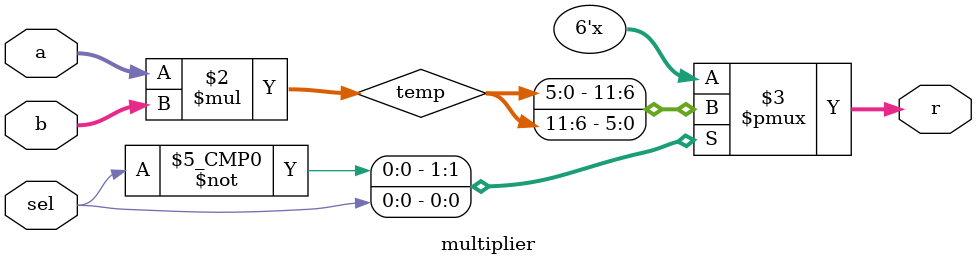
<source format=sv>
`timescale 1ns/1ps


module multiplier(
    input   logic           sel,   
    input   logic   [5:0]   a,     
    input   logic   [5:0]   b,     
    output  logic   [5:0]   r      
);
    logic   [11:0]  temp; // Temporary storage for multiplication result
    always_comb begin
        temp = a * b;
        case (sel)
            1'b0: r = temp[5:0];   // Low 6 bits
            1'b1: r = temp[11:6];  // High 6 bits
            default: r = 6'b000000; // Handle undefined cases
        endcase
    end
endmodule
</source>
